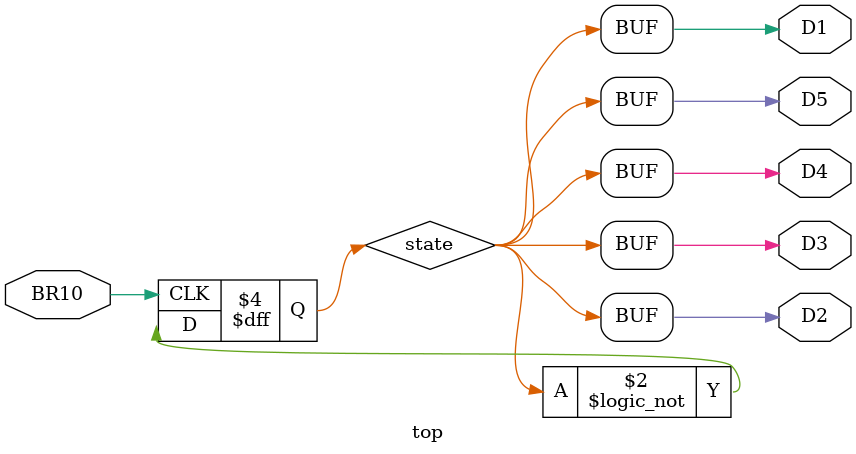
<source format=v>

module top (
	input	BR10,

	output	D1,
	output	D2,
	output	D3,
	output	D4,
	output	D5
);


	reg	state = 0;
	assign	D1 = state;
	assign	D2 = state;
	assign	D3 = state;
	assign	D4 = state;
	assign	D5 = state;

	always @(negedge BR10) state <= !state;

endmodule

</source>
